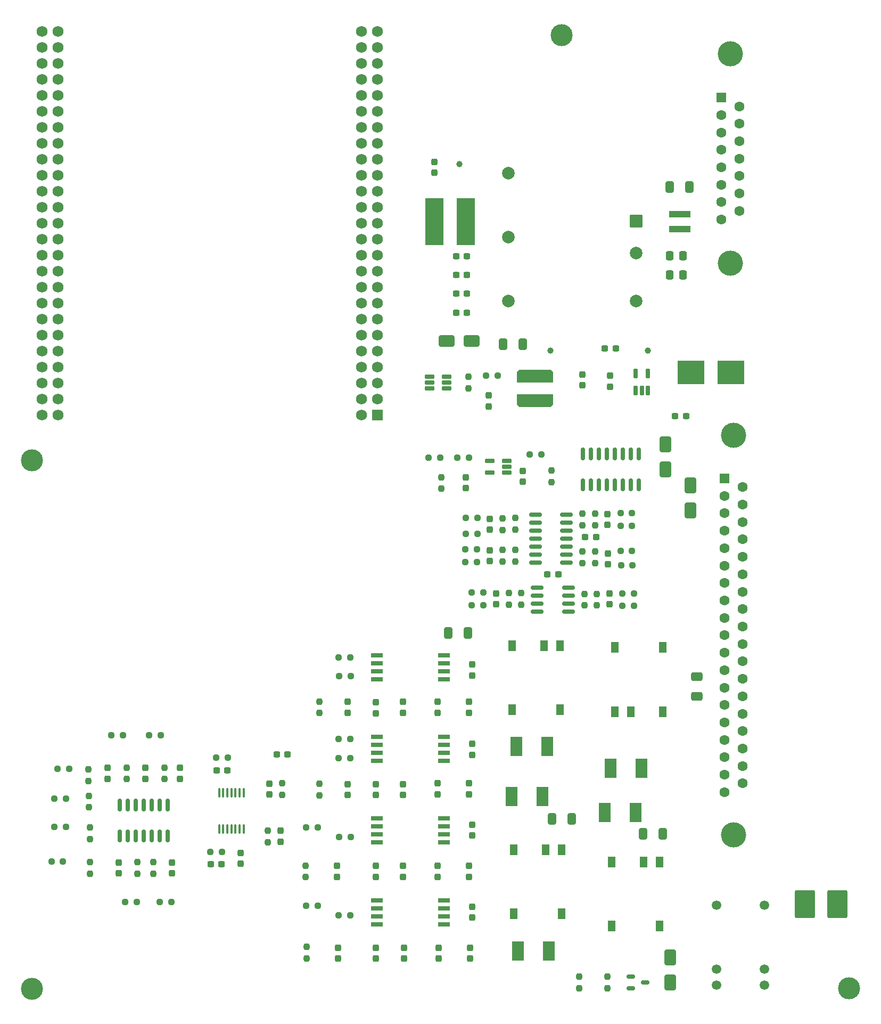
<source format=gbr>
%TF.GenerationSoftware,KiCad,Pcbnew,9.0.0*%
%TF.CreationDate,2025-05-05T14:02:43+02:00*%
%TF.ProjectId,BMS_PCB,424d535f-5043-4422-9e6b-696361645f70,rev?*%
%TF.SameCoordinates,Original*%
%TF.FileFunction,Soldermask,Top*%
%TF.FilePolarity,Negative*%
%FSLAX46Y46*%
G04 Gerber Fmt 4.6, Leading zero omitted, Abs format (unit mm)*
G04 Created by KiCad (PCBNEW 9.0.0) date 2025-05-05 14:02:43*
%MOMM*%
%LPD*%
G01*
G04 APERTURE LIST*
G04 Aperture macros list*
%AMRoundRect*
0 Rectangle with rounded corners*
0 $1 Rounding radius*
0 $2 $3 $4 $5 $6 $7 $8 $9 X,Y pos of 4 corners*
0 Add a 4 corners polygon primitive as box body*
4,1,4,$2,$3,$4,$5,$6,$7,$8,$9,$2,$3,0*
0 Add four circle primitives for the rounded corners*
1,1,$1+$1,$2,$3*
1,1,$1+$1,$4,$5*
1,1,$1+$1,$6,$7*
1,1,$1+$1,$8,$9*
0 Add four rect primitives between the rounded corners*
20,1,$1+$1,$2,$3,$4,$5,0*
20,1,$1+$1,$4,$5,$6,$7,0*
20,1,$1+$1,$6,$7,$8,$9,0*
20,1,$1+$1,$8,$9,$2,$3,0*%
%AMOutline5P*
0 Free polygon, 5 corners , with rotation*
0 The origin of the aperture is its center*
0 number of corners: always 5*
0 $1 to $10 corner X, Y*
0 $11 Rotation angle, in degrees counterclockwise*
0 create outline with 5 corners*
4,1,5,$1,$2,$3,$4,$5,$6,$7,$8,$9,$10,$1,$2,$11*%
%AMOutline6P*
0 Free polygon, 6 corners , with rotation*
0 The origin of the aperture is its center*
0 number of corners: always 6*
0 $1 to $12 corner X, Y*
0 $13 Rotation angle, in degrees counterclockwise*
0 create outline with 6 corners*
4,1,6,$1,$2,$3,$4,$5,$6,$7,$8,$9,$10,$11,$12,$1,$2,$13*%
%AMOutline7P*
0 Free polygon, 7 corners , with rotation*
0 The origin of the aperture is its center*
0 number of corners: always 7*
0 $1 to $14 corner X, Y*
0 $15 Rotation angle, in degrees counterclockwise*
0 create outline with 7 corners*
4,1,7,$1,$2,$3,$4,$5,$6,$7,$8,$9,$10,$11,$12,$13,$14,$1,$2,$15*%
%AMOutline8P*
0 Free polygon, 8 corners , with rotation*
0 The origin of the aperture is its center*
0 number of corners: always 8*
0 $1 to $16 corner X, Y*
0 $17 Rotation angle, in degrees counterclockwise*
0 create outline with 8 corners*
4,1,8,$1,$2,$3,$4,$5,$6,$7,$8,$9,$10,$11,$12,$13,$14,$15,$16,$1,$2,$17*%
G04 Aperture macros list end*
%ADD10RoundRect,0.237500X0.250000X0.237500X-0.250000X0.237500X-0.250000X-0.237500X0.250000X-0.237500X0*%
%ADD11RoundRect,0.250000X0.412500X0.650000X-0.412500X0.650000X-0.412500X-0.650000X0.412500X-0.650000X0*%
%ADD12RoundRect,0.237500X0.237500X-0.250000X0.237500X0.250000X-0.237500X0.250000X-0.237500X-0.250000X0*%
%ADD13RoundRect,0.237500X0.237500X-0.300000X0.237500X0.300000X-0.237500X0.300000X-0.237500X-0.300000X0*%
%ADD14RoundRect,0.237500X-0.237500X0.250000X-0.237500X-0.250000X0.237500X-0.250000X0.237500X0.250000X0*%
%ADD15RoundRect,0.237500X0.300000X0.237500X-0.300000X0.237500X-0.300000X-0.237500X0.300000X-0.237500X0*%
%ADD16C,1.000000*%
%ADD17RoundRect,0.237500X-0.250000X-0.237500X0.250000X-0.237500X0.250000X0.237500X-0.250000X0.237500X0*%
%ADD18R,1.960000X3.150000*%
%ADD19R,1.850000X0.650000*%
%ADD20RoundRect,0.162500X0.162500X-0.617500X0.162500X0.617500X-0.162500X0.617500X-0.162500X-0.617500X0*%
%ADD21RoundRect,0.162500X0.617500X0.162500X-0.617500X0.162500X-0.617500X-0.162500X0.617500X-0.162500X0*%
%ADD22R,1.200000X1.800000*%
%ADD23RoundRect,0.250000X-0.337500X-0.475000X0.337500X-0.475000X0.337500X0.475000X-0.337500X0.475000X0*%
%ADD24C,4.000000*%
%ADD25R,1.600000X1.600000*%
%ADD26C,1.600000*%
%ADD27RoundRect,0.102000X0.762000X0.762000X-0.762000X0.762000X-0.762000X-0.762000X0.762000X-0.762000X0*%
%ADD28C,1.728000*%
%ADD29C,3.500000*%
%ADD30RoundRect,0.250000X-0.412500X-0.650000X0.412500X-0.650000X0.412500X0.650000X-0.412500X0.650000X0*%
%ADD31C,1.498600*%
%ADD32RoundRect,0.237500X-0.237500X0.300000X-0.237500X-0.300000X0.237500X-0.300000X0.237500X0.300000X0*%
%ADD33R,3.400000X0.980000*%
%ADD34RoundRect,0.237500X-0.300000X-0.237500X0.300000X-0.237500X0.300000X0.237500X-0.300000X0.237500X0*%
%ADD35Outline6P,-2.900000X0.630000X-2.480000X1.050000X2.480000X1.050000X2.900000X0.630000X2.900000X-1.050000X-2.900000X-1.050000X180.000000*%
%ADD36Outline6P,-2.900000X0.630000X-2.480000X1.050000X2.480000X1.050000X2.900000X0.630000X2.900000X-1.050000X-2.900000X-1.050000X0.000000*%
%ADD37RoundRect,0.150000X-0.150000X0.825000X-0.150000X-0.825000X0.150000X-0.825000X0.150000X0.825000X0*%
%ADD38R,4.240000X3.810000*%
%ADD39R,3.000000X7.500000*%
%ADD40RoundRect,0.250000X-0.650000X1.000000X-0.650000X-1.000000X0.650000X-1.000000X0.650000X1.000000X0*%
%ADD41RoundRect,0.250000X0.650000X-0.412500X0.650000X0.412500X-0.650000X0.412500X-0.650000X-0.412500X0*%
%ADD42RoundRect,0.102000X0.900000X0.900000X-0.900000X0.900000X-0.900000X-0.900000X0.900000X-0.900000X0*%
%ADD43C,2.004000*%
%ADD44RoundRect,0.150000X0.825000X0.150000X-0.825000X0.150000X-0.825000X-0.150000X0.825000X-0.150000X0*%
%ADD45RoundRect,0.150000X-0.825000X-0.150000X0.825000X-0.150000X0.825000X0.150000X-0.825000X0.150000X0*%
%ADD46RoundRect,0.150000X-0.512500X-0.150000X0.512500X-0.150000X0.512500X0.150000X-0.512500X0.150000X0*%
%ADD47RoundRect,0.100000X-0.100000X0.637500X-0.100000X-0.637500X0.100000X-0.637500X0.100000X0.637500X0*%
%ADD48RoundRect,0.250000X-1.000000X-0.650000X1.000000X-0.650000X1.000000X0.650000X-1.000000X0.650000X0*%
%ADD49RoundRect,0.250000X1.350000X1.975000X-1.350000X1.975000X-1.350000X-1.975000X1.350000X-1.975000X0*%
G04 APERTURE END LIST*
D10*
%TO.C,R56*%
X34670000Y-161792750D03*
X32845000Y-161792750D03*
%TD*%
D11*
%TO.C,C20*%
X107777500Y-79573750D03*
X104652500Y-79573750D03*
%TD*%
D12*
%TO.C,R59*%
X49018501Y-163705250D03*
X49018501Y-161880250D03*
%TD*%
D13*
%TO.C,C24*%
X117287500Y-86126250D03*
X117287500Y-84401250D03*
%TD*%
D14*
%TO.C,R7*%
X121263750Y-180087500D03*
X121263750Y-181912500D03*
%TD*%
D12*
%TO.C,R9*%
X117288750Y-108372500D03*
X117288750Y-106547500D03*
%TD*%
D15*
%TO.C,C3*%
X113455000Y-116190000D03*
X111730000Y-116190000D03*
%TD*%
D16*
%TO.C,TP2*%
X97737500Y-50976250D03*
%TD*%
D10*
%TO.C,R38*%
X103815000Y-84593750D03*
X101990000Y-84593750D03*
%TD*%
D13*
%TO.C,C7*%
X102592500Y-109052500D03*
X102592500Y-107327500D03*
%TD*%
D17*
%TO.C,R36*%
X73351250Y-168862500D03*
X75176250Y-168862500D03*
%TD*%
D18*
%TO.C,F4*%
X126718750Y-147000000D03*
X121808750Y-147000000D03*
%TD*%
D13*
%TO.C,C57*%
X78263750Y-164225000D03*
X78263750Y-162500000D03*
%TD*%
%TO.C,C36*%
X121737500Y-86338750D03*
X121737500Y-84613750D03*
%TD*%
%TO.C,C17*%
X94263750Y-164225000D03*
X94263750Y-162500000D03*
%TD*%
D10*
%TO.C,R42*%
X35170000Y-151767750D03*
X33345000Y-151767750D03*
%TD*%
D19*
%TO.C,IC3*%
X95263750Y-132862500D03*
X95263750Y-131592500D03*
X95263750Y-130322500D03*
X95263750Y-129052500D03*
X84613750Y-129052500D03*
X84613750Y-130322500D03*
X84613750Y-131592500D03*
X84613750Y-132862500D03*
%TD*%
D17*
%TO.C,R18*%
X98680000Y-112190000D03*
X100505000Y-112190000D03*
%TD*%
D13*
%TO.C,C11*%
X121288750Y-108322500D03*
X121288750Y-106597500D03*
%TD*%
%TO.C,C47*%
X94263750Y-151087500D03*
X94263750Y-149362500D03*
%TD*%
D20*
%TO.C,U4*%
X125787500Y-86963750D03*
X126737500Y-86963750D03*
X127687500Y-86963750D03*
X127687500Y-84263750D03*
X125787500Y-84263750D03*
%TD*%
D10*
%TO.C,R8*%
X125201250Y-108460000D03*
X123376250Y-108460000D03*
%TD*%
D17*
%TO.C,R46*%
X78526250Y-142362500D03*
X80351250Y-142362500D03*
%TD*%
D21*
%TO.C,IC1*%
X95682500Y-86613750D03*
X95682500Y-85663750D03*
X95682500Y-84713750D03*
X92982500Y-84713750D03*
X92982500Y-85663750D03*
X92982500Y-86613750D03*
%TD*%
D22*
%TO.C,PS5*%
X114003750Y-159900000D03*
X111463750Y-159900000D03*
X106383750Y-159900000D03*
X106383750Y-170100000D03*
X114003750Y-170100000D03*
%TD*%
D10*
%TO.C,R65*%
X99257500Y-97593750D03*
X97432500Y-97593750D03*
%TD*%
D12*
%TO.C,R37*%
X73438750Y-177187500D03*
X73438750Y-175362500D03*
%TD*%
D23*
%TO.C,C19*%
X131182500Y-65567500D03*
X133257500Y-65567500D03*
%TD*%
D12*
%TO.C,R24*%
X107592500Y-120965000D03*
X107592500Y-119140000D03*
%TD*%
D17*
%TO.C,R58*%
X50106001Y-168267750D03*
X51931001Y-168267750D03*
%TD*%
D13*
%TO.C,C65*%
X94438750Y-177225000D03*
X94438750Y-175500000D03*
%TD*%
D24*
%TO.C,J1*%
X141343750Y-157593750D03*
X141343750Y-94093750D03*
D25*
X139923750Y-100913750D03*
D26*
X139923750Y-103683750D03*
X139923750Y-106453750D03*
X139923750Y-109223750D03*
X139923750Y-111993750D03*
X139923750Y-114763750D03*
X139923750Y-117533750D03*
X139923750Y-120303750D03*
X139923750Y-123073750D03*
X139923750Y-125843750D03*
X139923750Y-128613750D03*
X139923750Y-131383750D03*
X139923750Y-134153750D03*
X139923750Y-136923750D03*
X139923750Y-139693750D03*
X139923750Y-142463750D03*
X139923750Y-145233750D03*
X139923750Y-148003750D03*
X139923750Y-150773750D03*
X142763750Y-102298750D03*
X142763750Y-105068750D03*
X142763750Y-107838750D03*
X142763750Y-110608750D03*
X142763750Y-113378750D03*
X142763750Y-116148750D03*
X142763750Y-118918750D03*
X142763750Y-121688750D03*
X142763750Y-124458750D03*
X142763750Y-127228750D03*
X142763750Y-129998750D03*
X142763750Y-132768750D03*
X142763750Y-135538750D03*
X142763750Y-138308750D03*
X142763750Y-141078750D03*
X142763750Y-143848750D03*
X142763750Y-146618750D03*
X142763750Y-149388750D03*
%TD*%
D13*
%TO.C,C12*%
X79938750Y-138130000D03*
X79938750Y-136405000D03*
%TD*%
D27*
%TO.C,U7*%
X84670000Y-90853750D03*
D28*
X82130000Y-90853750D03*
X84670000Y-88313750D03*
X82130000Y-88313750D03*
X84670000Y-85773750D03*
X82130000Y-85773750D03*
X84670000Y-83233750D03*
X82130000Y-83233750D03*
X84670000Y-80693750D03*
X82130000Y-80693750D03*
X84670000Y-78153750D03*
X82130000Y-78153750D03*
X84670000Y-75613750D03*
X82130000Y-75613750D03*
X84670000Y-73073750D03*
X82130000Y-73073750D03*
X84670000Y-70533750D03*
X82130000Y-70533750D03*
X84670000Y-67993750D03*
X82130000Y-67993750D03*
X84670000Y-65453750D03*
X82130000Y-65453750D03*
X84670000Y-62913750D03*
X82130000Y-62913750D03*
X84670000Y-60373750D03*
X82130000Y-60373750D03*
X84670000Y-57833750D03*
X82130000Y-57833750D03*
X84670000Y-55293750D03*
X82130000Y-55293750D03*
X84670000Y-52753750D03*
X82130000Y-52753750D03*
X84670000Y-50213750D03*
X82130000Y-50213750D03*
X84670000Y-47673750D03*
X82130000Y-47673750D03*
X84670000Y-45133750D03*
X82130000Y-45133750D03*
X84670000Y-42593750D03*
X82130000Y-42593750D03*
X84670000Y-40053750D03*
X82130000Y-40053750D03*
X84670000Y-37513750D03*
X82130000Y-37513750D03*
X84670000Y-34973750D03*
X82130000Y-34973750D03*
X84670000Y-32433750D03*
X82130000Y-32433750D03*
X84670000Y-29893750D03*
X82130000Y-29893750D03*
X33870000Y-90853750D03*
X31330000Y-90853750D03*
X33870000Y-88313750D03*
X31330000Y-88313750D03*
X33870000Y-85773750D03*
X31330000Y-85773750D03*
X33870000Y-83233750D03*
X31330000Y-83233750D03*
X33870000Y-80693750D03*
X31330000Y-80693750D03*
X33870000Y-78153750D03*
X31330000Y-78153750D03*
X33870000Y-75613750D03*
X31330000Y-75613750D03*
X33870000Y-73073750D03*
X31330000Y-73073750D03*
X33870000Y-70533750D03*
X31330000Y-70533750D03*
X33870000Y-67993750D03*
X31330000Y-67993750D03*
X33870000Y-65453750D03*
X31330000Y-65453750D03*
X33870000Y-62913750D03*
X31330000Y-62913750D03*
X33870000Y-60373750D03*
X31330000Y-60373750D03*
X33870000Y-57833750D03*
X31330000Y-57833750D03*
X33870000Y-55293750D03*
X31330000Y-55293750D03*
X33870000Y-52753750D03*
X31330000Y-52753750D03*
X33870000Y-50213750D03*
X31330000Y-50213750D03*
X33870000Y-47673750D03*
X31330000Y-47673750D03*
X33870000Y-45133750D03*
X31330000Y-45133750D03*
X33870000Y-42593750D03*
X31330000Y-42593750D03*
X33870000Y-40053750D03*
X31330000Y-40053750D03*
X33870000Y-37513750D03*
X31330000Y-37513750D03*
X33870000Y-34973750D03*
X31330000Y-34973750D03*
X33870000Y-32433750D03*
X31330000Y-32433750D03*
X33870000Y-29893750D03*
X31330000Y-29893750D03*
%TD*%
D14*
%TO.C,R3*%
X116763750Y-180087500D03*
X116763750Y-181912500D03*
%TD*%
D22*
%TO.C,PS6*%
X129543750Y-161862500D03*
X127003750Y-161862500D03*
X121923750Y-161862500D03*
X121923750Y-172062500D03*
X129543750Y-172062500D03*
%TD*%
D12*
%TO.C,R55*%
X39018501Y-163705250D03*
X39018501Y-161880250D03*
%TD*%
%TO.C,R25*%
X105592500Y-120965000D03*
X105592500Y-119140000D03*
%TD*%
D13*
%TO.C,C69*%
X69257500Y-158630250D03*
X69257500Y-156905250D03*
%TD*%
D10*
%TO.C,R53*%
X35670000Y-147093750D03*
X33845000Y-147093750D03*
%TD*%
D13*
%TO.C,C43*%
X99763750Y-144820000D03*
X99763750Y-143095000D03*
%TD*%
D29*
%TO.C,H2*%
X29767997Y-98036545D03*
%TD*%
D13*
%TO.C,C8*%
X84438750Y-138225000D03*
X84438750Y-136500000D03*
%TD*%
D30*
%TO.C,C59*%
X126941250Y-157362500D03*
X130066250Y-157362500D03*
%TD*%
D17*
%TO.C,R17*%
X78526250Y-129362500D03*
X80351250Y-129362500D03*
%TD*%
D12*
%TO.C,R10*%
X119288750Y-108372500D03*
X119288750Y-106547500D03*
%TD*%
D13*
%TO.C,C66*%
X84438750Y-177225000D03*
X84438750Y-175500000D03*
%TD*%
D31*
%TO.C,K1*%
X138657050Y-168743750D03*
X138657050Y-178903750D03*
X138657050Y-181443750D03*
X146277050Y-181443750D03*
X146277050Y-178903750D03*
X146277050Y-168743750D03*
%TD*%
D32*
%TO.C,C31*%
X67513501Y-149405250D03*
X67513501Y-151130250D03*
%TD*%
D13*
%TO.C,C6*%
X94263750Y-138130000D03*
X94263750Y-136405000D03*
%TD*%
D10*
%TO.C,R26*%
X125505000Y-119190000D03*
X123680000Y-119190000D03*
%TD*%
D14*
%TO.C,R41*%
X50793501Y-146855250D03*
X50793501Y-148680250D03*
%TD*%
D16*
%TO.C,TP1*%
X112237500Y-80613750D03*
%TD*%
D32*
%TO.C,C67*%
X88938750Y-175500000D03*
X88938750Y-177225000D03*
%TD*%
D12*
%TO.C,R60*%
X39018501Y-158205250D03*
X39018501Y-156380250D03*
%TD*%
D32*
%TO.C,C23*%
X102382500Y-87751250D03*
X102382500Y-89476250D03*
%TD*%
D33*
%TO.C,L1*%
X132757500Y-61278750D03*
X132757500Y-58908750D03*
%TD*%
D11*
%TO.C,C21*%
X134277500Y-54613750D03*
X131152500Y-54613750D03*
%TD*%
D34*
%TO.C,C26*%
X97215000Y-68573750D03*
X98940000Y-68573750D03*
%TD*%
D17*
%TO.C,R11*%
X98767500Y-107190000D03*
X100592500Y-107190000D03*
%TD*%
D12*
%TO.C,R64*%
X94838750Y-102562500D03*
X94838750Y-100737500D03*
%TD*%
D13*
%TO.C,C2*%
X99763750Y-132225000D03*
X99763750Y-130500000D03*
%TD*%
D32*
%TO.C,C4*%
X99263750Y-136405000D03*
X99263750Y-138130000D03*
%TD*%
D13*
%TO.C,C41*%
X53293501Y-148630250D03*
X53293501Y-146905250D03*
%TD*%
D10*
%TO.C,R6*%
X125201250Y-106460000D03*
X123376250Y-106460000D03*
%TD*%
D14*
%TO.C,R57*%
X67257500Y-156905250D03*
X67257500Y-158730250D03*
%TD*%
D35*
%TO.C,L3*%
X109737500Y-88563750D03*
D36*
X109737500Y-84663750D03*
%TD*%
D32*
%TO.C,C5*%
X121376250Y-112823750D03*
X121376250Y-114548750D03*
%TD*%
D16*
%TO.C,TP3*%
X127737500Y-80613750D03*
%TD*%
D32*
%TO.C,C64*%
X99438750Y-175500000D03*
X99438750Y-177225000D03*
%TD*%
D14*
%TO.C,R39*%
X99182500Y-84788750D03*
X99182500Y-86613750D03*
%TD*%
D37*
%TO.C,U10*%
X126263750Y-97000000D03*
X124993750Y-97000000D03*
X123723750Y-97000000D03*
X122453750Y-97000000D03*
X121183750Y-97000000D03*
X119913750Y-97000000D03*
X118643750Y-97000000D03*
X117373750Y-97000000D03*
X117373750Y-101950000D03*
X118643750Y-101950000D03*
X119913750Y-101950000D03*
X121183750Y-101950000D03*
X122453750Y-101950000D03*
X123723750Y-101950000D03*
X124993750Y-101950000D03*
X126263750Y-101950000D03*
%TD*%
D38*
%TO.C,F5*%
X140942500Y-84093750D03*
X134572500Y-84093750D03*
%TD*%
D10*
%TO.C,R44*%
X94670000Y-97593750D03*
X92845000Y-97593750D03*
%TD*%
D18*
%TO.C,F6*%
X111718750Y-143500000D03*
X106808750Y-143500000D03*
%TD*%
D32*
%TO.C,C56*%
X88763750Y-162500000D03*
X88763750Y-164225000D03*
%TD*%
D39*
%TO.C,L2*%
X98757500Y-60113750D03*
X93757500Y-60113750D03*
%TD*%
D40*
%TO.C,D3*%
X130500000Y-95500000D03*
X130500000Y-99500000D03*
%TD*%
D17*
%TO.C,R34*%
X58148501Y-160255250D03*
X59973501Y-160255250D03*
%TD*%
D12*
%TO.C,R22*%
X75438750Y-138180000D03*
X75438750Y-136355000D03*
%TD*%
D14*
%TO.C,R52*%
X38757500Y-147181250D03*
X38757500Y-149006250D03*
%TD*%
D17*
%TO.C,R12*%
X78613750Y-132362500D03*
X80438750Y-132362500D03*
%TD*%
D10*
%TO.C,R51*%
X46431001Y-168267750D03*
X44606001Y-168267750D03*
%TD*%
D22*
%TO.C,PS4*%
X113763750Y-127500000D03*
X111223750Y-127500000D03*
X106143750Y-127500000D03*
X106143750Y-137700000D03*
X113763750Y-137700000D03*
%TD*%
D32*
%TO.C,C72*%
X52018501Y-161930250D03*
X52018501Y-163655250D03*
%TD*%
D14*
%TO.C,R5*%
X119288750Y-112547500D03*
X119288750Y-114372500D03*
%TD*%
D30*
%TO.C,C55*%
X112437500Y-155000000D03*
X115562500Y-155000000D03*
%TD*%
D41*
%TO.C,C52*%
X135523750Y-135562500D03*
X135523750Y-132437500D03*
%TD*%
D19*
%TO.C,IC5*%
X95263750Y-158767500D03*
X95263750Y-157497500D03*
X95263750Y-156227500D03*
X95263750Y-154957500D03*
X84613750Y-154957500D03*
X84613750Y-156227500D03*
X84613750Y-157497500D03*
X84613750Y-158767500D03*
%TD*%
D14*
%TO.C,R43*%
X38793501Y-151355250D03*
X38793501Y-153180250D03*
%TD*%
D12*
%TO.C,R47*%
X75438750Y-151275000D03*
X75438750Y-149450000D03*
%TD*%
D13*
%TO.C,C40*%
X62973501Y-162130250D03*
X62973501Y-160405250D03*
%TD*%
%TO.C,C54*%
X41793501Y-148630250D03*
X41793501Y-146905250D03*
%TD*%
D32*
%TO.C,C61*%
X43518501Y-161930250D03*
X43518501Y-163655250D03*
%TD*%
%TO.C,C44*%
X99263750Y-149362500D03*
X99263750Y-151087500D03*
%TD*%
D13*
%TO.C,C15*%
X99763750Y-157682500D03*
X99763750Y-155957500D03*
%TD*%
D42*
%TO.C,PS1*%
X125875000Y-60033750D03*
D43*
X125875000Y-65113750D03*
X125875000Y-72733750D03*
X105555000Y-72733750D03*
X105555000Y-62573750D03*
X105555000Y-52413750D03*
%TD*%
D10*
%TO.C,R62*%
X110757500Y-97093750D03*
X108932500Y-97093750D03*
%TD*%
D12*
%TO.C,R61*%
X112345000Y-101506250D03*
X112345000Y-99681250D03*
%TD*%
D34*
%TO.C,C28*%
X97215000Y-74573750D03*
X98940000Y-74573750D03*
%TD*%
D29*
%TO.C,H1*%
X29756366Y-181991878D03*
%TD*%
D15*
%TO.C,C51*%
X60836001Y-147292750D03*
X59111001Y-147292750D03*
%TD*%
D24*
%TO.C,J2*%
X140837169Y-66743750D03*
X140837169Y-33443750D03*
D25*
X139417169Y-40398750D03*
D26*
X139417169Y-43168750D03*
X139417169Y-45938750D03*
X139417169Y-48708750D03*
X139417169Y-51478750D03*
X139417169Y-54248750D03*
X139417169Y-57018750D03*
X139417169Y-59788750D03*
X142257169Y-41783750D03*
X142257169Y-44553750D03*
X142257169Y-47323750D03*
X142257169Y-50093750D03*
X142257169Y-52863750D03*
X142257169Y-55633750D03*
X142257169Y-58403750D03*
%TD*%
D29*
%TO.C,H4*%
X114000000Y-30500000D03*
%TD*%
D18*
%TO.C,F3*%
X110955000Y-151500000D03*
X106045000Y-151500000D03*
%TD*%
D10*
%TO.C,R40*%
X50206001Y-141767750D03*
X48381001Y-141767750D03*
%TD*%
D44*
%TO.C,U1*%
X114763750Y-114270000D03*
X114763750Y-113000000D03*
X114763750Y-111730000D03*
X114763750Y-110460000D03*
X114763750Y-109190000D03*
X114763750Y-107920000D03*
X114763750Y-106650000D03*
X109813750Y-106650000D03*
X109813750Y-107920000D03*
X109813750Y-109190000D03*
X109813750Y-110460000D03*
X109813750Y-111730000D03*
X109813750Y-113000000D03*
X109813750Y-114270000D03*
%TD*%
D19*
%TO.C,IC6*%
X95263750Y-171767500D03*
X95263750Y-170497500D03*
X95263750Y-169227500D03*
X95263750Y-167957500D03*
X84613750Y-167957500D03*
X84613750Y-169227500D03*
X84613750Y-170497500D03*
X84613750Y-171767500D03*
%TD*%
D17*
%TO.C,R48*%
X59061001Y-145267750D03*
X60886001Y-145267750D03*
%TD*%
D13*
%TO.C,C50*%
X79938750Y-151225000D03*
X79938750Y-149500000D03*
%TD*%
%TO.C,C14*%
X121592500Y-120915000D03*
X121592500Y-119190000D03*
%TD*%
D14*
%TO.C,R4*%
X117288750Y-112547500D03*
X117288750Y-114372500D03*
%TD*%
D45*
%TO.C,U2*%
X110117500Y-118285000D03*
X110117500Y-119555000D03*
X110117500Y-120825000D03*
X110117500Y-122095000D03*
X115067500Y-122095000D03*
X115067500Y-120825000D03*
X115067500Y-119555000D03*
X115067500Y-118285000D03*
%TD*%
D12*
%TO.C,R29*%
X117592500Y-121102500D03*
X117592500Y-119277500D03*
%TD*%
D32*
%TO.C,C49*%
X88763750Y-149500000D03*
X88763750Y-151225000D03*
%TD*%
D12*
%TO.C,R15*%
X104592500Y-109102500D03*
X104592500Y-107277500D03*
%TD*%
D10*
%TO.C,R2*%
X125288750Y-114686250D03*
X123463750Y-114686250D03*
%TD*%
D13*
%TO.C,C42*%
X47793501Y-148630250D03*
X47793501Y-146905250D03*
%TD*%
D10*
%TO.C,R1*%
X125201250Y-112460000D03*
X123376250Y-112460000D03*
%TD*%
D17*
%TO.C,R32*%
X73351250Y-156362500D03*
X75176250Y-156362500D03*
%TD*%
D10*
%TO.C,R63*%
X35170000Y-156292750D03*
X33345000Y-156292750D03*
%TD*%
D15*
%TO.C,C35*%
X122600000Y-80263750D03*
X120875000Y-80263750D03*
%TD*%
D13*
%TO.C,C9*%
X103592500Y-120915000D03*
X103592500Y-119190000D03*
%TD*%
D12*
%TO.C,R30*%
X119592500Y-121102500D03*
X119592500Y-119277500D03*
%TD*%
D34*
%TO.C,C39*%
X68676001Y-144767750D03*
X70401001Y-144767750D03*
%TD*%
D21*
%TO.C,U8*%
X105238750Y-100000000D03*
X105238750Y-99050000D03*
X105238750Y-98100000D03*
X102538750Y-98100000D03*
X102538750Y-100000000D03*
%TD*%
D17*
%TO.C,R35*%
X78526250Y-170362500D03*
X80351250Y-170362500D03*
%TD*%
D37*
%TO.C,U11*%
X51328501Y-152817750D03*
X50058501Y-152817750D03*
X48788501Y-152817750D03*
X47518501Y-152817750D03*
X46248501Y-152817750D03*
X44978501Y-152817750D03*
X43708501Y-152817750D03*
X43708501Y-157767750D03*
X44978501Y-157767750D03*
X46248501Y-157767750D03*
X47518501Y-157767750D03*
X48788501Y-157767750D03*
X50058501Y-157767750D03*
X51328501Y-157767750D03*
%TD*%
D40*
%TO.C,D2*%
X131263750Y-177000000D03*
X131263750Y-181000000D03*
%TD*%
D34*
%TO.C,C27*%
X97215000Y-71573750D03*
X98940000Y-71573750D03*
%TD*%
D32*
%TO.C,C16*%
X99263750Y-162500000D03*
X99263750Y-164225000D03*
%TD*%
D15*
%TO.C,C58*%
X59923501Y-162230250D03*
X58198501Y-162230250D03*
%TD*%
D18*
%TO.C,F1*%
X111958750Y-176000000D03*
X107048750Y-176000000D03*
%TD*%
D19*
%TO.C,IC4*%
X95263750Y-145767500D03*
X95263750Y-144497500D03*
X95263750Y-143227500D03*
X95263750Y-141957500D03*
X84613750Y-141957500D03*
X84613750Y-143227500D03*
X84613750Y-144497500D03*
X84613750Y-145767500D03*
%TD*%
D10*
%TO.C,R28*%
X125505000Y-121190000D03*
X123680000Y-121190000D03*
%TD*%
D13*
%TO.C,C68*%
X78438750Y-177225000D03*
X78438750Y-175500000D03*
%TD*%
D17*
%TO.C,R31*%
X78613750Y-157862500D03*
X80438750Y-157862500D03*
%TD*%
D12*
%TO.C,R54*%
X46518501Y-163705250D03*
X46518501Y-161880250D03*
%TD*%
D11*
%TO.C,C53*%
X99062500Y-125500000D03*
X95937500Y-125500000D03*
%TD*%
D17*
%TO.C,R21*%
X99680000Y-119052500D03*
X101505000Y-119052500D03*
%TD*%
D46*
%TO.C,Q1*%
X124988750Y-180050000D03*
X124988750Y-181950000D03*
X127263750Y-181000000D03*
%TD*%
D13*
%TO.C,C63*%
X99763750Y-170682500D03*
X99763750Y-168957500D03*
%TD*%
D40*
%TO.C,D4*%
X134500000Y-102000000D03*
X134500000Y-106000000D03*
%TD*%
D14*
%TO.C,R20*%
X104592500Y-112277500D03*
X104592500Y-114102500D03*
%TD*%
D22*
%TO.C,PS3*%
X122453750Y-138000000D03*
X124993750Y-138000000D03*
X130073750Y-138000000D03*
X130073750Y-127800000D03*
X122453750Y-127800000D03*
%TD*%
D47*
%TO.C,U3*%
X63423501Y-150905250D03*
X62773501Y-150905250D03*
X62123501Y-150905250D03*
X61473501Y-150905250D03*
X60823501Y-150905250D03*
X60173501Y-150905250D03*
X59523501Y-150905250D03*
X59523501Y-156630250D03*
X60173501Y-156630250D03*
X60823501Y-156630250D03*
X61473501Y-156630250D03*
X62123501Y-156630250D03*
X62773501Y-156630250D03*
X63423501Y-156630250D03*
%TD*%
D12*
%TO.C,R14*%
X106592500Y-109015000D03*
X106592500Y-107190000D03*
%TD*%
D32*
%TO.C,C29*%
X107845000Y-99731250D03*
X107845000Y-101456250D03*
%TD*%
D17*
%TO.C,R16*%
X98680000Y-114190000D03*
X100505000Y-114190000D03*
%TD*%
D13*
%TO.C,C45*%
X84438750Y-164225000D03*
X84438750Y-162500000D03*
%TD*%
D32*
%TO.C,C30*%
X98757500Y-100731250D03*
X98757500Y-102456250D03*
%TD*%
D17*
%TO.C,R23*%
X99680000Y-121052500D03*
X101505000Y-121052500D03*
%TD*%
D12*
%TO.C,R33*%
X73263750Y-164275000D03*
X73263750Y-162450000D03*
%TD*%
D34*
%TO.C,C33*%
X132050000Y-91000000D03*
X133775000Y-91000000D03*
%TD*%
D18*
%TO.C,F2*%
X125718750Y-154000000D03*
X120808750Y-154000000D03*
%TD*%
D13*
%TO.C,C48*%
X84438750Y-151225000D03*
X84438750Y-149500000D03*
%TD*%
D32*
%TO.C,C10*%
X88763750Y-136405000D03*
X88763750Y-138130000D03*
%TD*%
D14*
%TO.C,R19*%
X106592500Y-112277500D03*
X106592500Y-114102500D03*
%TD*%
D34*
%TO.C,C25*%
X97215000Y-65573750D03*
X98940000Y-65573750D03*
%TD*%
D13*
%TO.C,C22*%
X93737500Y-52338750D03*
X93737500Y-50613750D03*
%TD*%
D14*
%TO.C,R50*%
X44793501Y-146855250D03*
X44793501Y-148680250D03*
%TD*%
D48*
%TO.C,D1*%
X95715000Y-79073750D03*
X99715000Y-79073750D03*
%TD*%
D34*
%TO.C,C1*%
X117730000Y-110190000D03*
X119455000Y-110190000D03*
%TD*%
D32*
%TO.C,C13*%
X102592500Y-112327500D03*
X102592500Y-114052500D03*
%TD*%
D49*
%TO.C,R_Precharge1*%
X157857500Y-168593750D03*
X152657500Y-168593750D03*
%TD*%
D17*
%TO.C,R13*%
X98767500Y-109700000D03*
X100592500Y-109700000D03*
%TD*%
D12*
%TO.C,R27*%
X69538501Y-151180250D03*
X69538501Y-149355250D03*
%TD*%
D29*
%TO.C,H3*%
X159723881Y-181983757D03*
%TD*%
D17*
%TO.C,R45*%
X78526250Y-145362500D03*
X80351250Y-145362500D03*
%TD*%
D10*
%TO.C,R49*%
X44206001Y-141767750D03*
X42381001Y-141767750D03*
%TD*%
D23*
%TO.C,C18*%
X131182500Y-68567500D03*
X133257500Y-68567500D03*
%TD*%
M02*

</source>
